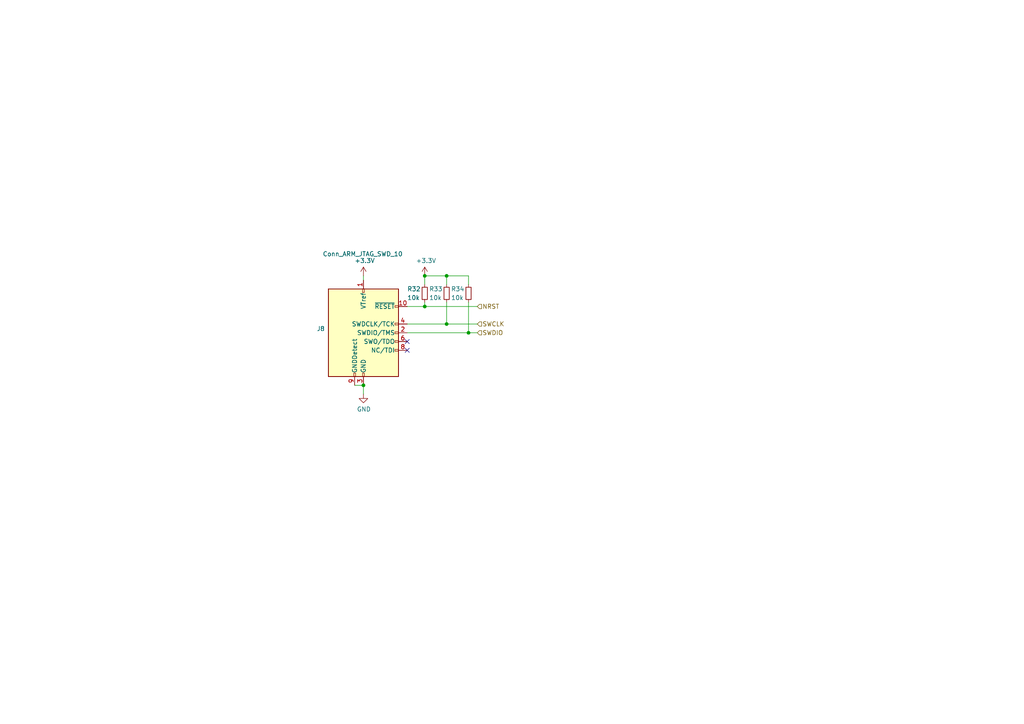
<source format=kicad_sch>
(kicad_sch (version 20231120) (generator "eeschema") (generator_version "8.0")
  (paper "A4")
  (lib_symbols
    (symbol "Connector:Conn_ARM_JTAG_SWD_10" (pin_names (offset 1.016))
      (property "Reference" "J" (at -2.54 16.51 0))
      (property "Value" "Conn_ARM_JTAG_SWD_10" (at -2.54 13.97 0))
      (symbol "Conn_ARM_JTAG_SWD_10_0_1"
        (rectangle (start -10.16 12.7) (end 10.16 -12.7) (stroke (width 0.254)) (fill (type background)))
        (rectangle (start -2.794 -12.7) (end -2.286 -11.684))
        (rectangle (start -0.254 -12.7) (end 0.254 -11.684))
        (rectangle (start -0.254 12.7) (end 0.254 11.684))
        (rectangle (start 9.144 2.286) (end 10.16 2.794))
        (rectangle (start 10.16 -2.794) (end 9.144 -2.286))
        (rectangle (start 10.16 -0.254) (end 9.144 0.254))
        (rectangle (start 10.16 7.874) (end 9.144 7.366))
      )
      (symbol "Conn_ARM_JTAG_SWD_10_1_1"
        (rectangle (start 9.144 -5.334) (end 10.16 -4.826))
        (pin power_in line (at 0 15.24 270) (length 2.54) (name "VTref") (number "1"))
        (pin open_collector line (at 12.7 7.62 180) (length 2.54) (name "~{RESET}") (number "10"))
        (pin bidirectional line (at 12.7 0 180) (length 2.54) (name "SWDIO/TMS") (number "2"))
        (pin power_in line (at 0 -15.24 90) (length 2.54) (name "GND") (number "3"))
        (pin output line (at 12.7 2.54 180) (length 2.54) (name "SWDCLK/TCK") (number "4"))
        (pin passive line (at 0 -15.24 90) (length 2.54) hide (name "GND") (number "5"))
        (pin input line (at 12.7 -2.54 180) (length 2.54) (name "SWO/TDO") (number "6"))
        (pin no_connect line (at -10.16 0 0) (length 2.54) hide (name "KEY") (number "7"))
        (pin output line (at 12.7 -5.08 180) (length 2.54) (name "NC/TDI") (number "8"))
        (pin passive line (at -2.54 -15.24 90) (length 2.54) (name "GNDDetect") (number "9"))
      )
    )
    (symbol "Device:R_Small" (pin_numbers hide) (pin_names (offset 0.254) hide)
      (property "Reference" "R" (at 0.762 0.508 0))
      (property "Value" "R_Small" (at 0.762 -1.016 0))
      (symbol "R_Small_0_1"
        (rectangle (start -0.762 1.778) (end 0.762 -1.778) (stroke (width 0.2032)))
      )
      (symbol "R_Small_1_1"
        (pin passive line (at 0 2.54 270) (length 0.762) (name "~") (number "1"))
        (pin passive line (at 0 -2.54 90) (length 0.762) (name "~") (number "2"))
      )
    )
    (symbol "power:+3.3V" (power) (pin_names (offset 0))
      (property "Value" "+3.3V" (at 0 3.556 0))
      (symbol "+3.3V_0_1"
        (polyline (pts (xy -0.762 1.27) (xy 0 2.54)))
        (polyline (pts (xy 0 0) (xy 0 2.54)))
        (polyline (pts (xy 0 2.54) (xy 0.762 1.27)))
      )
      (symbol "+3.3V_1_1"
        (pin power_in line (at 0 0 90) (length 0) hide (name "+3.3V") (number "1"))
      )
    )
    (symbol "power:GND" (power) (pin_names (offset 0))
      (property "Value" "GND" (at 0 -3.81 0))
      (symbol "GND_0_1"
        (polyline (pts (xy 0 0) (xy 0 -1.27) (xy 1.27 -1.27) (xy 0 -2.54) (xy -1.27 -1.27) (xy 0 -1.27)))
      )
      (symbol "GND_1_1"
        (pin power_in line (at 0 0 270) (length 0) hide (name "GND") (number "1"))
      )
    )
  )
  (junction (at 129.54 80.01))
  (junction (at 129.54 93.98))
  (junction (at 123.19 80.01))
  (junction (at 105.41 111.76))
  (junction (at 135.89 96.52))
  (junction (at 123.19 88.9))
  (no_connect (at 118.11 101.6))
  (no_connect (at 118.11 99.06))
  (wire (pts (xy 129.54 82.55) (xy 129.54 80.01)))
  (wire (pts (xy 129.54 80.01) (xy 123.19 80.01)))
  (wire (pts (xy 123.19 80.01) (xy 123.19 82.55)))
  (wire (pts (xy 129.54 87.63) (xy 129.54 93.98)))
  (wire (pts (xy 129.54 93.98) (xy 138.43 93.98)))
  (wire (pts (xy 118.11 93.98) (xy 129.54 93.98)))
  (wire (pts (xy 123.19 88.9) (xy 138.43 88.9)))
  (wire (pts (xy 135.89 96.52) (xy 138.43 96.52)))
  (wire (pts (xy 123.19 87.63) (xy 123.19 88.9)))
  (wire (pts (xy 135.89 82.55) (xy 135.89 80.01)))
  (wire (pts (xy 105.41 111.76) (xy 102.87 111.76)))
  (wire (pts (xy 118.11 88.9) (xy 123.19 88.9)))
  (wire (pts (xy 105.41 114.3) (xy 105.41 111.76)))
  (wire (pts (xy 105.41 80.01) (xy 105.41 81.28)))
  (wire (pts (xy 135.89 80.01) (xy 129.54 80.01)))
  (wire (pts (xy 135.89 87.63) (xy 135.89 96.52)))
  (wire (pts (xy 118.11 96.52) (xy 135.89 96.52)))
  (hierarchical_label "SWDIO" (shape input) (at 138.43 96.52 0))
  (hierarchical_label "SWCLK" (shape input) (at 138.43 93.98 0))
  (hierarchical_label "NRST" (shape input) (at 138.43 88.9 0))
  (symbol (lib_id "Device:R_Small") (at 129.54 85.09 0) (unit 1)
    (property "Reference" "R33" (at 124.46 83.82 0) (effects (justify left)))
    (property "Value" "10k" (at 124.46 86.36 0) (effects (justify left)))
    (property "Footprint" "Resistor_SMD:R_0201_0603Metric" (effects (hide yes)))
  )
  (symbol (lib_id "power:+3.3V") (at 123.19 80.01 0) (unit 1)
    (property "Reference" "#PWR070" (effects (hide yes)))
    (property "Value" "+3.3V" (at 123.571 75.6158 0))
  )
  (symbol (lib_id "Device:R_Small") (at 123.19 85.09 0) (unit 1)
    (property "Reference" "R32" (at 118.11 83.82 0) (effects (justify left)))
    (property "Value" "10k" (at 118.11 86.36 0) (effects (justify left)))
    (property "Footprint" "Resistor_SMD:R_0201_0603Metric" (effects (hide yes)))
  )
  (symbol (lib_id "Device:R_Small") (at 135.89 85.09 0) (unit 1)
    (property "Reference" "R34" (at 130.81 83.82 0) (effects (justify left)))
    (property "Value" "10k" (at 130.81 86.36 0) (effects (justify left)))
    (property "Footprint" "Resistor_SMD:R_0201_0603Metric" (effects (hide yes)))
  )
  (symbol (lib_id "Connector:Conn_ARM_JTAG_SWD_10") (at 105.41 96.52 0) (unit 1)
    (property "Reference" "J8" (at 94.234 95.3516 0) (effects (justify right)))
    (property "Value" "Conn_ARM_JTAG_SWD_10" (at 116.84 73.66 0) (effects (justify right)))
    (property "Footprint" "Connector_PinHeader_1.27mm:PinHeader_2x05_P1.27mm_Vertical" (effects (hide yes)))
    (property "Datasheet" "http://infocenter.arm.com/help/topic/com.arm.doc.faqs/attached/13634/cortex_debug_connectors.pdf" (effects (hide yes)))
  )
  (symbol (lib_id "power:GND") (at 105.41 114.3 0) (unit 1)
    (property "Reference" "#PWR069" (effects (hide yes)))
    (property "Value" "GND" (at 105.537 118.6942 0))
  )
  (symbol (lib_id "power:+3.3V") (at 105.41 80.01 0) (unit 1)
    (property "Reference" "#PWR068" (effects (hide yes)))
    (property "Value" "+3.3V" (at 105.791 75.6158 0))
  )
)
</source>
